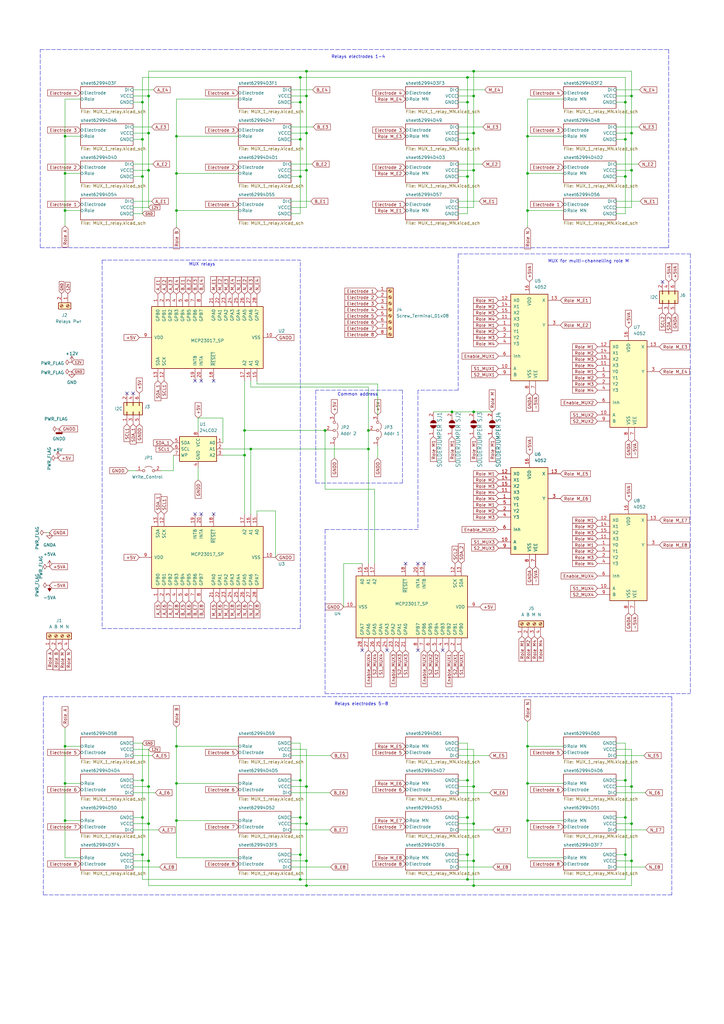
<source format=kicad_sch>
(kicad_sch (version 20211123) (generator eeschema)
  (paper "A3" portrait)
  (title_block (title "MUX board V3.00") (date "2022-10-05") (rev "01"))
  (junction (at 125.73 337.82))
  (junction (at 191.77 57.15))
  (junction (at 102.87 184.15))
  (junction (at 123.19 350.52))
  (junction (at 125.73 69.85))
  (junction (at 259.08 322.58))
  (junction (at 185.42 168.91))
  (junction (at 133.35 176.53))
  (junction (at 191.77 360.68))
  (junction (at 194.31 54.61))
  (junction (at 123.19 57.15))
  (junction (at 194.31 29.21))
  (junction (at 256.54 350.52))
  (junction (at 125.73 29.21))
  (junction (at 125.73 363.22))
  (junction (at 58.42 41.91))
  (junction (at 191.77 31.75))
  (junction (at 72.39 336.55))
  (junction (at 256.54 41.91))
  (junction (at 194.31 168.91))
  (junction (at 60.96 39.37))
  (junction (at 58.42 350.52))
  (junction (at 123.19 41.91))
  (junction (at 123.19 31.75))
  (junction (at 60.96 353.06))
  (junction (at 26.67 71.12))
  (junction (at 216.408 71.12))
  (junction (at 191.77 41.91))
  (junction (at 191.77 350.52))
  (junction (at 191.77 72.39))
  (junction (at 191.77 320.04))
  (junction (at 26.67 321.31))
  (junction (at 58.42 57.15))
  (junction (at 26.67 306.07))
  (junction (at 60.96 69.85))
  (junction (at 256.54 320.04))
  (junction (at 60.96 337.82))
  (junction (at 125.73 322.58))
  (junction (at 72.39 71.12))
  (junction (at 26.67 55.88))
  (junction (at 72.39 86.36))
  (junction (at 259.08 39.37))
  (junction (at 60.96 322.58))
  (junction (at 256.54 72.39))
  (junction (at 123.19 72.39))
  (junction (at 256.54 57.15))
  (junction (at 256.54 335.28))
  (junction (at 216.408 306.07))
  (junction (at 194.31 39.37))
  (junction (at 100.33 176.53))
  (junction (at 194.31 353.06))
  (junction (at 100.33 186.69))
  (junction (at 125.73 54.61))
  (junction (at 216.408 321.31))
  (junction (at 259.08 69.85))
  (junction (at 259.08 353.06))
  (junction (at 26.67 336.55))
  (junction (at 123.19 320.04))
  (junction (at 72.39 306.07))
  (junction (at 72.39 321.31))
  (junction (at 259.08 54.61))
  (junction (at 123.19 360.68))
  (junction (at 58.42 320.04))
  (junction (at 259.08 337.82))
  (junction (at 151.13 176.53))
  (junction (at 151.13 184.15))
  (junction (at 191.77 335.28))
  (junction (at 72.39 55.88))
  (junction (at 216.408 336.55))
  (junction (at 194.31 322.58))
  (junction (at 123.19 335.28))
  (junction (at 60.96 54.61))
  (junction (at 26.67 86.36))
  (junction (at 216.408 86.36))
  (junction (at 194.31 337.82))
  (junction (at 125.73 39.37))
  (junction (at 58.42 335.28))
  (junction (at 58.42 72.39))
  (junction (at 194.31 363.22))
  (junction (at 216.408 55.88))
  (junction (at 194.31 69.85))
  (junction (at 125.73 353.06))
  (no_connect (at 80.01 210.82))
  (no_connect (at 166.37 231.14))
  (no_connect (at 181.61 266.7))
  (no_connect (at 171.45 266.7))
  (no_connect (at 148.59 266.7))
  (no_connect (at 158.75 266.7))
  (no_connect (at 171.45 231.14))
  (no_connect (at 87.63 210.82))
  (no_connect (at 52.07 161.29))
  (no_connect (at 54.61 161.29))
  (no_connect (at 80.01 156.21))
  (no_connect (at 82.55 156.21))
  (no_connect (at 87.63 156.21))
  (no_connect (at 82.55 210.82))
  (no_connect (at 173.99 231.14))
  (no_connect (at 271.78 115.57))
  (wire (pts (xy 137.16 182.88) (xy 137.16 187.96)))
  (wire (pts (xy 216.408 321.31) (xy 216.408 306.07)))
  (wire (pts (xy 194.31 363.22) (xy 125.73 363.22)))
  (polyline (pts (xy 133.35 284.48) (xy 283.21 284.48)))
  (wire (pts (xy 54.61 52.07) (xy 62.23 52.07)))
  (wire (pts (xy 194.31 322.58) (xy 194.31 307.34)))
  (wire (pts (xy 54.61 340.36) (xy 65.024 340.36)))
  (wire (pts (xy 123.19 320.04) (xy 123.19 304.8)))
  (polyline (pts (xy 41.91 106.68) (xy 123.19 106.68)))
  (wire (pts (xy 135.636 309.88) (xy 119.38 309.88)))
  (wire (pts (xy 216.408 336.55) (xy 216.408 351.79)))
  (wire (pts (xy 58.42 320.04) (xy 58.42 304.8)))
  (polyline (pts (xy 271.78 101.6) (xy 274.32 101.6)))
  (wire (pts (xy 91.44 186.69) (xy 100.33 186.69)))
  (wire (pts (xy 72.39 336.55) (xy 97.79 336.55)))
  (wire (pts (xy 256.54 360.68) (xy 256.54 350.52)))
  (wire (pts (xy 216.408 71.12) (xy 216.408 55.88)))
  (wire (pts (xy 252.73 320.04) (xy 256.54 320.04)))
  (wire (pts (xy 72.39 71.12) (xy 72.39 86.36)))
  (wire (pts (xy 125.73 363.22) (xy 60.96 363.22)))
  (wire (pts (xy 191.77 31.75) (xy 191.77 41.91)))
  (wire (pts (xy 216.408 71.12) (xy 231.14 71.12)))
  (wire (pts (xy 123.19 31.75) (xy 123.19 41.91)))
  (wire (pts (xy 119.38 325.12) (xy 135.382 325.12)))
  (polyline (pts (xy 123.19 257.81) (xy 123.19 106.68)))
  (wire (pts (xy 81.28 171.45) (xy 91.44 171.45)))
  (wire (pts (xy 252.73 54.61) (xy 259.08 54.61)))
  (wire (pts (xy 113.03 209.55) (xy 113.03 228.6)))
  (wire (pts (xy 191.77 41.91) (xy 191.77 57.15)))
  (wire (pts (xy 54.61 335.28) (xy 58.42 335.28)))
  (wire (pts (xy 105.41 209.55) (xy 113.03 209.55)))
  (wire (pts (xy 60.96 363.22) (xy 60.96 353.06)))
  (wire (pts (xy 187.96 335.28) (xy 191.77 335.28)))
  (wire (pts (xy 119.38 82.55) (xy 127.508 82.55)))
  (wire (pts (xy 252.73 337.82) (xy 259.08 337.82)))
  (wire (pts (xy 72.39 351.79) (xy 97.79 351.79)))
  (wire (pts (xy 81.28 191.77) (xy 81.28 196.85)))
  (wire (pts (xy 125.73 363.22) (xy 125.73 353.06)))
  (wire (pts (xy 252.73 72.39) (xy 256.54 72.39)))
  (wire (pts (xy 58.42 360.68) (xy 123.19 360.68)))
  (wire (pts (xy 252.73 325.12) (xy 264.668 325.12)))
  (polyline (pts (xy 275.59 367.03) (xy 17.78 367.03)))
  (wire (pts (xy 119.38 353.06) (xy 125.73 353.06)))
  (wire (pts (xy 26.67 321.31) (xy 26.67 306.07)))
  (wire (pts (xy 200.914 325.12) (xy 187.96 325.12)))
  (wire (pts (xy 105.41 209.55) (xy 105.41 210.82)))
  (wire (pts (xy 133.35 200.66) (xy 153.67 200.66)))
  (wire (pts (xy 187.96 320.04) (xy 191.77 320.04)))
  (wire (pts (xy 194.31 29.21) (xy 125.73 29.21)))
  (wire (pts (xy 202.184 340.36) (xy 187.96 340.36)))
  (wire (pts (xy 194.31 337.82) (xy 194.31 322.58)))
  (wire (pts (xy 72.39 55.88) (xy 97.79 55.88)))
  (wire (pts (xy 102.87 156.21) (xy 102.87 158.75)))
  (wire (pts (xy 66.04 193.04) (xy 71.12 193.04)))
  (wire (pts (xy 26.67 55.88) (xy 33.02 55.88)))
  (wire (pts (xy 252.73 353.06) (xy 259.08 353.06)))
  (wire (pts (xy 125.73 54.61) (xy 125.73 69.85)))
  (wire (pts (xy 58.42 57.15) (xy 58.42 72.39)))
  (wire (pts (xy 256.54 320.04) (xy 256.54 304.8)))
  (wire (pts (xy 26.67 71.12) (xy 26.67 55.88)))
  (wire (pts (xy 119.38 350.52) (xy 123.19 350.52)))
  (wire (pts (xy 135.636 355.6) (xy 119.38 355.6)))
  (wire (pts (xy 252.73 355.6) (xy 264.668 355.6)))
  (wire (pts (xy 54.61 307.34) (xy 60.96 307.34)))
  (wire (pts (xy 252.73 322.58) (xy 259.08 322.58)))
  (wire (pts (xy 54.61 67.31) (xy 62.738 67.31)))
  (wire (pts (xy 151.13 184.15) (xy 151.13 231.14)))
  (wire (pts (xy 151.13 176.53) (xy 151.13 158.75)))
  (wire (pts (xy 151.13 158.75) (xy 102.87 158.75)))
  (wire (pts (xy 91.44 181.61) (xy 91.44 171.45)))
  (wire (pts (xy 216.408 93.218) (xy 216.408 86.36)))
  (wire (pts (xy 72.39 40.64) (xy 97.79 40.64)))
  (polyline (pts (xy 133.35 217.17) (xy 171.45 217.17)))
  (wire (pts (xy 125.73 69.85) (xy 125.73 85.09)))
  (wire (pts (xy 252.73 69.85) (xy 259.08 69.85)))
  (wire (pts (xy 191.77 57.15) (xy 191.77 72.39)))
  (wire (pts (xy 252.73 82.55) (xy 262.636 82.55)))
  (polyline (pts (xy 129.54 160.02) (xy 129.54 198.12)))
  (wire (pts (xy 58.42 335.28) (xy 58.42 320.04)))
  (wire (pts (xy 72.39 351.79) (xy 72.39 336.55)))
  (wire (pts (xy 26.67 86.36) (xy 26.67 92.71)))
  (wire (pts (xy 148.59 231.14) (xy 140.97 231.14)))
  (wire (pts (xy 119.38 39.37) (xy 125.73 39.37)))
  (wire (pts (xy 119.38 54.61) (xy 125.73 54.61)))
  (wire (pts (xy 259.08 39.37) (xy 259.08 54.61)))
  (wire (pts (xy 216.408 71.12) (xy 216.408 86.36)))
  (wire (pts (xy 26.67 298.45) (xy 26.67 306.07)))
  (polyline (pts (xy 283.21 104.14) (xy 283.21 284.48)))
  (wire (pts (xy 72.39 321.31) (xy 97.79 321.31)))
  (wire (pts (xy 72.39 71.12) (xy 97.79 71.12)))
  (wire (pts (xy 216.408 295.91) (xy 216.408 306.07)))
  (wire (pts (xy 187.96 350.52) (xy 191.77 350.52)))
  (wire (pts (xy 216.408 351.79) (xy 231.14 351.79)))
  (wire (pts (xy 54.61 353.06) (xy 60.96 353.06)))
  (wire (pts (xy 187.96 307.34) (xy 194.31 307.34)))
  (wire (pts (xy 187.96 54.61) (xy 194.31 54.61)))
  (wire (pts (xy 154.94 182.88) (xy 154.94 187.96)))
  (wire (pts (xy 54.61 320.04) (xy 58.42 320.04)))
  (wire (pts (xy 194.31 69.85) (xy 194.31 85.09)))
  (wire (pts (xy 187.96 85.09) (xy 194.31 85.09)))
  (wire (pts (xy 187.96 353.06) (xy 194.31 353.06)))
  (wire (pts (xy 54.61 325.12) (xy 63.754 325.12)))
  (wire (pts (xy 191.77 360.68) (xy 256.54 360.68)))
  (wire (pts (xy 119.38 337.82) (xy 125.73 337.82)))
  (wire (pts (xy 123.19 360.68) (xy 191.77 360.68)))
  (polyline (pts (xy 187.96 104.14) (xy 283.21 104.14)))
  (wire (pts (xy 187.96 41.91) (xy 191.77 41.91)))
  (wire (pts (xy 252.73 85.09) (xy 259.08 85.09)))
  (wire (pts (xy 187.96 52.07) (xy 198.12 52.07)))
  (wire (pts (xy 58.42 41.91) (xy 58.42 57.15)))
  (wire (pts (xy 54.61 322.58) (xy 60.96 322.58)))
  (wire (pts (xy 123.19 57.15) (xy 123.19 72.39)))
  (wire (pts (xy 119.38 322.58) (xy 125.73 322.58)))
  (wire (pts (xy 72.39 86.36) (xy 97.79 86.36)))
  (wire (pts (xy 81.28 171.45) (xy 81.28 176.53)))
  (wire (pts (xy 252.73 309.88) (xy 264.16 309.88)))
  (polyline (pts (xy 171.45 160.02) (xy 171.45 217.17)))
  (wire (pts (xy 60.96 39.37) (xy 60.96 54.61)))
  (wire (pts (xy 194.31 363.22) (xy 194.31 353.06)))
  (wire (pts (xy 216.408 336.55) (xy 231.14 336.55)))
  (wire (pts (xy 58.42 350.52) (xy 58.42 335.28)))
  (wire (pts (xy 200.66 309.88) (xy 187.96 309.88)))
  (wire (pts (xy 151.13 176.53) (xy 151.13 184.15)))
  (wire (pts (xy 125.73 29.21) (xy 60.96 29.21)))
  (wire (pts (xy 191.77 350.52) (xy 191.77 335.28)))
  (polyline (pts (xy 16.51 20.32) (xy 274.32 20.32)))
  (wire (pts (xy 119.38 87.63) (xy 123.19 87.63)))
  (wire (pts (xy 119.38 335.28) (xy 123.19 335.28)))
  (wire (pts (xy 252.73 41.91) (xy 256.54 41.91)))
  (wire (pts (xy 100.33 186.69) (xy 100.33 210.82)))
  (wire (pts (xy 119.38 52.07) (xy 128.524 52.07)))
  (wire (pts (xy 54.61 69.85) (xy 60.96 69.85)))
  (wire (pts (xy 19.05 218.44) (xy 20.32 218.44)))
  (wire (pts (xy 187.96 57.15) (xy 191.77 57.15)))
  (wire (pts (xy 123.19 360.68) (xy 123.19 350.52)))
  (wire (pts (xy 194.31 29.21) (xy 194.31 39.37)))
  (wire (pts (xy 216.408 86.36) (xy 231.14 86.36)))
  (wire (pts (xy 72.39 321.31) (xy 72.39 306.07)))
  (wire (pts (xy 60.96 353.06) (xy 60.96 337.82)))
  (wire (pts (xy 252.73 350.52) (xy 256.54 350.52)))
  (wire (pts (xy 119.38 320.04) (xy 123.19 320.04)))
  (wire (pts (xy 54.61 82.55) (xy 62.23 82.55)))
  (wire (pts (xy 26.67 86.36) (xy 33.02 86.36)))
  (polyline (pts (xy 165.1 198.12) (xy 165.1 160.02)))
  (wire (pts (xy 252.73 335.28) (xy 256.54 335.28)))
  (wire (pts (xy 119.38 85.09) (xy 125.73 85.09)))
  (wire (pts (xy 216.408 55.88) (xy 231.14 55.88)))
  (wire (pts (xy 216.408 306.07) (xy 231.14 306.07)))
  (wire (pts (xy 72.39 336.55) (xy 72.39 321.31)))
  (wire (pts (xy 154.94 157.48) (xy 154.94 170.18)))
  (wire (pts (xy 123.19 31.75) (xy 191.77 31.75)))
  (wire (pts (xy 119.38 36.83) (xy 128.27 36.83)))
  (wire (pts (xy 256.54 335.28) (xy 256.54 320.04)))
  (wire (pts (xy 72.39 86.36) (xy 72.39 93.218)))
  (wire (pts (xy 140.97 231.14) (xy 140.97 248.92)))
  (wire (pts (xy 125.73 337.82) (xy 125.73 322.58)))
  (wire (pts (xy 52.578 193.04) (xy 55.88 193.04)))
  (wire (pts (xy 187.96 322.58) (xy 194.31 322.58)))
  (wire (pts (xy 72.39 298.196) (xy 72.39 306.07)))
  (wire (pts (xy 119.38 69.85) (xy 125.73 69.85)))
  (wire (pts (xy 26.67 306.07) (xy 33.02 306.07)))
  (wire (pts (xy 100.33 176.53) (xy 100.33 186.69)))
  (wire (pts (xy 54.61 87.63) (xy 58.42 87.63)))
  (wire (pts (xy 191.77 335.28) (xy 191.77 320.04)))
  (wire (pts (xy 119.38 67.31) (xy 128.016 67.31)))
  (wire (pts (xy 91.44 184.15) (xy 102.87 184.15)))
  (wire (pts (xy 252.73 39.37) (xy 259.08 39.37)))
  (wire (pts (xy 54.61 337.82) (xy 60.96 337.82)))
  (wire (pts (xy 26.67 351.79) (xy 33.02 351.79)))
  (wire (pts (xy 187.96 304.8) (xy 191.77 304.8)))
  (wire (pts (xy 252.73 87.63) (xy 256.54 87.63)))
  (wire (pts (xy 252.73 52.07) (xy 262.128 52.07)))
  (wire (pts (xy 187.96 72.39) (xy 191.77 72.39)))
  (wire (pts (xy 119.38 41.91) (xy 123.19 41.91)))
  (wire (pts (xy 125.73 39.37) (xy 125.73 54.61)))
  (wire (pts (xy 256.54 57.15) (xy 256.54 72.39)))
  (wire (pts (xy 125.73 322.58) (xy 125.73 307.34)))
  (wire (pts (xy 26.67 71.12) (xy 33.02 71.12)))
  (wire (pts (xy 26.67 40.64) (xy 33.02 40.64)))
  (wire (pts (xy 194.31 54.61) (xy 194.31 69.85)))
  (wire (pts (xy 187.96 337.82) (xy 194.31 337.82)))
  (wire (pts (xy 100.33 156.21) (xy 100.33 176.53)))
  (wire (pts (xy 256.54 41.91) (xy 256.54 57.15)))
  (wire (pts (xy 123.19 72.39) (xy 123.19 87.63)))
  (wire (pts (xy 54.61 85.09) (xy 60.96 85.09)))
  (wire (pts (xy 58.42 41.91) (xy 58.42 31.75)))
  (wire (pts (xy 259.08 353.06) (xy 259.08 337.82)))
  (wire (pts (xy 185.42 168.91) (xy 194.31 168.91)))
  (wire (pts (xy 216.408 40.64) (xy 231.14 40.64)))
  (wire (pts (xy 54.61 41.91) (xy 58.42 41.91)))
  (wire (pts (xy 54.61 355.6) (xy 65.532 355.6)))
  (wire (pts (xy 102.87 184.15) (xy 102.87 210.82)))
  (wire (pts (xy 71.12 193.04) (xy 71.12 186.69)))
  (wire (pts (xy 202.184 355.6) (xy 187.96 355.6)))
  (wire (pts (xy 102.87 184.15) (xy 151.13 184.15)))
  (wire (pts (xy 259.08 363.22) (xy 194.31 363.22)))
  (wire (pts (xy 60.96 337.82) (xy 60.96 322.58)))
  (wire (pts (xy 259.08 29.21) (xy 194.31 29.21)))
  (wire (pts (xy 123.19 350.52) (xy 123.19 335.28)))
  (polyline (pts (xy 41.91 257.81) (xy 123.19 257.81)))
  (wire (pts (xy 252.73 307.34) (xy 259.08 307.34)))
  (wire (pts (xy 54.61 72.39) (xy 58.42 72.39)))
  (polyline (pts (xy 274.32 20.32) (xy 274.32 101.6)))
  (wire (pts (xy 259.08 353.06) (xy 259.08 363.22)))
  (wire (pts (xy 194.31 168.91) (xy 201.93 168.91)))
  (polyline (pts (xy 129.54 198.12) (xy 165.1 198.12)))
  (wire (pts (xy 125.73 353.06) (xy 125.73 337.82)))
  (wire (pts (xy 60.96 322.58) (xy 60.96 307.34)))
  (wire (pts (xy 123.19 41.91) (xy 123.19 57.15)))
  (wire (pts (xy 252.73 67.31) (xy 261.874 67.31)))
  (wire (pts (xy 26.67 321.31) (xy 26.67 336.55)))
  (wire (pts (xy 259.08 337.82) (xy 259.08 322.58)))
  (wire (pts (xy 191.77 72.39) (xy 191.77 87.63)))
  (polyline (pts (xy 274.32 101.6) (xy 16.51 101.6)))
  (wire (pts (xy 58.42 72.39) (xy 58.42 87.63)))
  (wire (pts (xy 26.67 321.31) (xy 33.02 321.31)))
  (wire (pts (xy 119.38 72.39) (xy 123.19 72.39)))
  (wire (pts (xy 187.96 69.85) (xy 194.31 69.85)))
  (wire (pts (xy 187.96 67.31) (xy 197.866 67.31)))
  (wire (pts (xy 187.96 39.37) (xy 194.31 39.37)))
  (wire (pts (xy 72.39 40.64) (xy 72.39 55.88)))
  (wire (pts (xy 259.08 69.85) (xy 259.08 85.09)))
  (wire (pts (xy 135.382 340.36) (xy 119.38 340.36)))
  (wire (pts (xy 252.73 304.8) (xy 256.54 304.8)))
  (polyline (pts (xy 17.78 367.03) (xy 17.78 285.75)))
  (wire (pts (xy 58.42 31.75) (xy 123.19 31.75)))
  (wire (pts (xy 177.8 168.91) (xy 185.42 168.91)))
  (wire (pts (xy 72.39 55.88) (xy 72.39 71.12)))
  (wire (pts (xy 187.96 82.55) (xy 196.596 82.55)))
  (wire (pts (xy 54.61 54.61) (xy 60.96 54.61)))
  (wire (pts (xy 256.54 72.39) (xy 256.54 87.63)))
  (wire (pts (xy 26.67 71.12) (xy 26.67 86.36)))
  (wire (pts (xy 54.61 309.88) (xy 62.484 309.88)))
  (wire (pts (xy 60.96 54.61) (xy 60.96 69.85)))
  (wire (pts (xy 26.67 55.88) (xy 26.67 40.64)))
  (wire (pts (xy 187.96 36.83) (xy 198.882 36.83)))
  (polyline (pts (xy 187.96 104.14) (xy 187.96 160.02)))
  (wire (pts (xy 54.61 36.83) (xy 62.992 36.83)))
  (polyline (pts (xy 275.59 285.75) (xy 275.59 367.03)))
  (wire (pts (xy 72.39 306.07) (xy 97.79 306.07)))
  (wire (pts (xy 119.38 304.8) (xy 123.19 304.8)))
  (wire (pts (xy 256.54 31.75) (xy 256.54 41.91)))
  (wire (pts (xy 119.38 57.15) (xy 123.19 57.15)))
  (wire (pts (xy 216.408 321.31) (xy 231.14 321.31)))
  (polyline (pts (xy 17.78 285.75) (xy 275.59 285.75)))
  (wire (pts (xy 100.33 176.53) (xy 133.35 176.53)))
  (wire (pts (xy 58.42 350.52) (xy 58.42 360.68)))
  (wire (pts (xy 194.31 353.06) (xy 194.31 337.82)))
  (wire (pts (xy 54.61 57.15) (xy 58.42 57.15)))
  (wire (pts (xy 259.08 39.37) (xy 259.08 29.21)))
  (wire (pts (xy 216.408 321.31) (xy 216.408 336.55)))
  (wire (pts (xy 191.77 320.04) (xy 191.77 304.8)))
  (wire (pts (xy 60.96 69.85) (xy 60.96 85.09)))
  (polyline (pts (xy 133.35 217.17) (xy 133.35 284.48)))
  (wire (pts (xy 259.08 54.61) (xy 259.08 69.85)))
  (wire (pts (xy 187.96 87.63) (xy 191.77 87.63)))
  (wire (pts (xy 191.77 360.68) (xy 191.77 350.52)))
  (wire (pts (xy 153.67 200.66) (xy 153.67 231.14)))
  (polyline (pts (xy 165.1 160.02) (xy 129.54 160.02)))
  (wire (pts (xy 259.08 322.58) (xy 259.08 307.34)))
  (wire (pts (xy 119.38 307.34) (xy 125.73 307.34)))
  (wire (pts (xy 191.77 31.75) (xy 256.54 31.75)))
  (polyline (pts (xy 41.91 106.68) (xy 41.91 257.81)))
  (wire (pts (xy 105.41 157.48) (xy 154.94 157.48)))
  (wire (pts (xy 252.73 340.36) (xy 265.176 340.36)))
  (wire (pts (xy 194.31 39.37) (xy 194.31 54.61)))
  (wire (pts (xy 123.19 335.28) (xy 123.19 320.04)))
  (wire (pts (xy 54.61 39.37) (xy 60.96 39.37)))
  (polyline (pts (xy 187.96 160.02) (xy 171.45 160.02)))
  (wire (pts (xy 105.41 156.21) (xy 105.41 157.48)))
  (wire (pts (xy 133.35 176.53) (xy 133.35 200.66)))
  (polyline (pts (xy 16.51 101.6) (xy 16.51 20.32)))
  (wire (pts (xy 60.96 29.21) (xy 60.96 39.37)))
  (wire (pts (xy 216.408 55.88) (xy 216.408 40.64)))
  (wire (pts (xy 256.54 350.52) (xy 256.54 335.28)))
  (wire (pts (xy 54.61 350.52) (xy 58.42 350.52)))
  (wire (pts (xy 26.67 336.55) (xy 33.02 336.55)))
  (wire (pts (xy 26.67 336.55) (xy 26.67 351.79)))
  (wire (pts (xy 252.73 36.83) (xy 262.382 36.83)))
  (wire (pts (xy 252.73 57.15) (xy 256.54 57.15)))
  (wire (pts (xy 54.61 304.8) (xy 58.42 304.8)))
  (wire (pts (xy 125.73 29.21) (xy 125.73 39.37)))
  (text "Common address" (at 138.43 162.56 0) (effects (font (size 1.27 1.27)) (justify left bottom)))
  (text "MUX for multi-channelling role M" (at 224.79 107.95 0) (effects (font (size 1.27 1.27)) (justify left bottom)))
  (text "Relays electrodes 5-8" (at 137.16 289.56 0) (effects (font (size 1.27 1.27)) (justify left bottom)))
  (text "MUX relays" (at 77.47 109.22 0) (effects (font (size 1.27 1.27)) (justify left bottom)))
  (text "Relays electrodes 1-4" (at 135.89 24.13 0) (effects (font (size 1.27 1.27)) (justify left bottom)))
  (global_label "Electrode 7" (shape input) (at 231.14 339.09 180) (property "Intersheet References" "${INTERSHEET_REFS}" (effects hide)))
  (global_label "Enable_MUX2" (shape input) (at 245.11 165.1 180) (property "Intersheet References" "${INTERSHEET_REFS}" (effects hide)))
  (global_label "B_E1" (shape input) (at 127.508 82.55 0) (property "Intersheet References" "${INTERSHEET_REFS}" (effects hide)))
  (global_label "+5V" (shape input) (at 23.749 187.833 0) (property "Intersheet References" "${INTERSHEET_REFS}" (effects hide)))
  (global_label "A_E4" (shape input) (at 72.39 120.65 90) (property "Intersheet References" "${INTERSHEET_REFS}" (effects hide)))
  (global_label "Role M1" (shape input) (at 204.47 123.19 180) (property "Intersheet References" "${INTERSHEET_REFS}" (effects hide)))
  (global_label "Role M_E1" (shape input) (at 229.87 123.19 0) (property "Intersheet References" "${INTERSHEET_REFS}" (effects hide)))
  (global_label "Role M_E8" (shape input) (at 166.37 351.79 180) (property "Intersheet References" "${INTERSHEET_REFS}" (effects hide)))
  (global_label "Electrode 4" (shape input) (at 97.79 38.1 180) (property "Intersheet References" "${INTERSHEET_REFS}" (effects hide)))
  (global_label "Role M_E2" (shape input) (at 229.87 133.35 0) (property "Intersheet References" "${INTERSHEET_REFS}" (effects hide)))
  (global_label "Electrode 5" (shape input) (at 154.94 129.54 180) (property "Intersheet References" "${INTERSHEET_REFS}" (effects hide)))
  (global_label "Role M2" (shape input) (at 216.662 260.985 270) (property "Intersheet References" "${INTERSHEET_REFS}" (effects hide)))
  (global_label "Role M_E3" (shape input) (at 166.37 55.88 180) (property "Intersheet References" "${INTERSHEET_REFS}" (effects hide)))
  (global_label "M_E2" (shape input) (at 197.866 67.31 0) (property "Intersheet References" "${INTERSHEET_REFS}" (effects hide)))
  (global_label "GNDD" (shape input) (at 24.257 175.895 0) (property "Intersheet References" "${INTERSHEET_REFS}" (effects hide)))
  (global_label "GNDA" (shape input) (at 217.17 232.41 270) (property "Intersheet References" "${INTERSHEET_REFS}" (effects hide)))
  (global_label "Role M_E6" (shape input) (at 229.87 204.47 0) (property "Intersheet References" "${INTERSHEET_REFS}" (effects hide)))
  (global_label "+5VA" (shape input) (at 217.17 115.57 90) (property "Intersheet References" "${INTERSHEET_REFS}" (effects hide)))
  (global_label "Role B" (shape input) (at 72.39 298.196 90) (property "Intersheet References" "${INTERSHEET_REFS}" (effects hide)))
  (global_label "Electrode 4" (shape input) (at 154.94 127 180) (property "Intersheet References" "${INTERSHEET_REFS}" (effects hide)))
  (global_label "B_E7" (shape input) (at 135.382 340.36 0) (property "Intersheet References" "${INTERSHEET_REFS}" (effects hide)))
  (global_label "Role M3" (shape input) (at 204.47 128.27 180) (property "Intersheet References" "${INTERSHEET_REFS}" (effects hide)))
  (global_label "Electrode 6" (shape input) (at 231.14 323.85 180) (property "Intersheet References" "${INTERSHEET_REFS}" (effects hide)))
  (global_label "Enable_MUX4" (shape input) (at 151.13 266.7 270) (property "Intersheet References" "${INTERSHEET_REFS}" (effects hide)))
  (global_label "S1_MUX2" (shape input) (at 179.07 266.7 270) (property "Intersheet References" "${INTERSHEET_REFS}" (effects hide)))
  (global_label "Electrode 1" (shape input) (at 154.94 119.38 180) (property "Intersheet References" "${INTERSHEET_REFS}" (effects hide)))
  (global_label "S2_MUX3" (shape input) (at 204.47 224.79 180) (property "Intersheet References" "${INTERSHEET_REFS}" (effects hide)))
  (global_label "Electrode 5" (shape input) (at 231.14 308.61 180) (property "Intersheet References" "${INTERSHEET_REFS}" (effects hide)))
  (global_label "Role M" (shape input) (at 201.93 168.91 90) (property "Intersheet References" "${INTERSHEET_REFS}" (effects hide)))
  (global_label "Role M3" (shape input) (at 204.47 138.43 180) (property "Intersheet References" "${INTERSHEET_REFS}" (effects hide)))
  (global_label "Electrode 3" (shape input) (at 97.79 53.34 180) (property "Intersheet References" "${INTERSHEET_REFS}" (effects hide)))
  (global_label "GNDA" (shape input) (at 257.81 180.34 270) (property "Intersheet References" "${INTERSHEET_REFS}" (effects hide)))
  (global_label "M_E1" (shape input) (at 196.596 82.55 0) (property "Intersheet References" "${INTERSHEET_REFS}" (effects hide)))
  (global_label "+5VA" (shape input) (at 276.86 115.57 90) (property "Intersheet References" "${INTERSHEET_REFS}" (effects hide)))
  (global_label "Role M_E4" (shape input) (at 270.51 152.4 0) (property "Intersheet References" "${INTERSHEET_REFS}" (effects hide)))
  (global_label "Role N" (shape input) (at 216.408 93.218 270) (property "Intersheet References" "${INTERSHEET_REFS}" (effects hide)))
  (global_label "M_E3" (shape input) (at 92.71 120.65 90) (property "Intersheet References" "${INTERSHEET_REFS}" (effects hide)))
  (global_label "N_E5" (shape input) (at 97.79 246.38 270) (property "Intersheet References" "${INTERSHEET_REFS}" (effects hide)))
  (global_label "Enable_MUX1" (shape input) (at 204.47 146.05 180) (property "Intersheet References" "${INTERSHEET_REFS}" (effects hide)))
  (global_label "Role M_E4" (shape input) (at 166.37 40.64 180) (property "Intersheet References" "${INTERSHEET_REFS}" (effects hide)))
  (global_label "+5VA" (shape input) (at 257.81 134.62 90) (property "Intersheet References" "${INTERSHEET_REFS}" (effects hide)))
  (global_label "Electrode 3" (shape input) (at 33.02 53.34 180) (property "Intersheet References" "${INTERSHEET_REFS}" (effects hide)))
  (global_label "A_E7" (shape input) (at 69.85 246.38 270) (property "Intersheet References" "${INTERSHEET_REFS}" (effects hide)))
  (global_label "Electrode 2" (shape input) (at 166.37 68.58 180) (property "Intersheet References" "${INTERSHEET_REFS}" (effects hide)))
  (global_label "+5V" (shape input) (at 57.15 228.6 180) (property "Intersheet References" "${INTERSHEET_REFS}" (effects hide)))
  (global_label "Role M3" (shape input) (at 204.47 212.09 180) (property "Intersheet References" "${INTERSHEET_REFS}" (effects hide)))
  (global_label "SCL2" (shape input) (at 271.78 128.27 270) (property "Intersheet References" "${INTERSHEET_REFS}" (effects hide)))
  (global_label "Role M1" (shape input) (at 204.47 133.35 180) (property "Intersheet References" "${INTERSHEET_REFS}" (effects hide)))
  (global_label "Role M1" (shape input) (at 194.31 179.07 270) (property "Intersheet References" "${INTERSHEET_REFS}" (effects hide)))
  (global_label "Electrode 4" (shape input) (at 231.14 38.1 180) (property "Intersheet References" "${INTERSHEET_REFS}" (effects hide)))
  (global_label "Role M4" (shape input) (at 245.11 220.98 180) (property "Intersheet References" "${INTERSHEET_REFS}" (effects hide)))
  (global_label "N_E4" (shape input) (at 105.41 120.65 90) (property "Intersheet References" "${INTERSHEET_REFS}" (effects hide)))
  (global_label "Role M2" (shape input) (at 204.47 135.89 180) (property "Intersheet References" "${INTERSHEET_REFS}" (effects hide)))
  (global_label "Role M2" (shape input) (at 245.11 154.94 180) (property "Intersheet References" "${INTERSHEET_REFS}" (effects hide)))
  (global_label "GNDD" (shape input) (at 140.97 248.92 180) (property "Intersheet References" "${INTERSHEET_REFS}" (effects hide)))
  (global_label "Role M2" (shape input) (at 245.11 215.9 180) (property "Intersheet References" "${INTERSHEET_REFS}" (effects hide)))
  (global_label "Electrode 5" (shape input) (at 33.02 308.61 180) (property "Intersheet References" "${INTERSHEET_REFS}" (effects hide)))
  (global_label "Role M4" (shape input) (at 204.47 130.81 180) (property "Intersheet References" "${INTERSHEET_REFS}" (effects hide)))
  (global_label "N_E2" (shape input) (at 261.874 67.31 0) (property "Intersheet References" "${INTERSHEET_REFS}" (effects hide)))
  (global_label "Electrode 8" (shape input) (at 166.37 354.33 180) (property "Intersheet References" "${INTERSHEET_REFS}" (effects hide)))
  (global_label "Role M4" (shape input) (at 219.202 260.985 270) (property "Intersheet References" "${INTERSHEET_REFS}" (effects hide)))
  (global_label "B_E7" (shape input) (at 80.01 246.38 270) (property "Intersheet References" "${INTERSHEET_REFS}" (effects hide)))
  (global_label "+5V" (shape input) (at 57.15 138.43 180) (property "Intersheet References" "${INTERSHEET_REFS}" (effects hide)))
  (global_label "Role M_E5" (shape input) (at 166.37 306.07 180) (property "Intersheet References" "${INTERSHEET_REFS}" (effects hide)))
  (global_label "S1_MUX4" (shape input) (at 156.21 266.7 270) (property "Intersheet References" "${INTERSHEET_REFS}" (effects hide)))
  (global_label "Enable_MUX1" (shape input) (at 184.15 266.7 270) (property "Intersheet References" "${INTERSHEET_REFS}" (effects hide)))
  (global_label "S1_MUX1" (shape input) (at 204.47 151.13 180) (property "Intersheet References" "${INTERSHEET_REFS}" (effects hide)))
  (global_label "-5VA" (shape input) (at 260.35 180.34 270) (property "Intersheet References" "${INTERSHEET_REFS}" (effects hide)))
  (global_label "S2_MUX2" (shape input) (at 245.11 172.72 180) (property "Intersheet References" "${INTERSHEET_REFS}" (effects hide)))
  (global_label "M_E6" (shape input) (at 90.17 246.38 270) (property "Intersheet References" "${INTERSHEET_REFS}" (effects hide)))
  (global_label "Electrode 2" (shape input) (at 97.79 68.58 180) (property "Intersheet References" "${INTERSHEET_REFS}" (effects hide)))
  (global_label "-5VA" (shape input) (at 260.35 251.46 270) (property "Intersheet References" "${INTERSHEET_REFS}" (effects hide)))
  (global_label "B_E8" (shape input) (at 135.636 355.6 0) (property "Intersheet References" "${INTERSHEET_REFS}" (effects hide)))
  (global_label "N_E8" (shape input) (at 105.41 246.38 270) (property "Intersheet References" "${INTERSHEET_REFS}" (effects hide)))
  (global_label "GNDD" (shape input) (at 57.15 173.99 270) (property "Intersheet References" "${INTERSHEET_REFS}" (effects hide)))
  (global_label "Role M4" (shape input) (at 204.47 201.93 180) (property "Intersheet References" "${INTERSHEET_REFS}" (effects hide)))
  (global_label "S1_MUX3" (shape input) (at 166.37 266.7 270) (property "Intersheet References" "${INTERSHEET_REFS}" (effects hide)))
  (global_label "S2_MUX2" (shape input) (at 176.53 266.7 270) (property "Intersheet References" "${INTERSHEET_REFS}" (effects hide)))
  (global_label "SCL2" (shape input) (at 186.69 231.14 90) (property "Intersheet References" "${INTERSHEET_REFS}" (effects hide)))
  (global_label "M_E7" (shape input) (at 92.71 246.38 270) (property "Intersheet References" "${INTERSHEET_REFS}" (effects hide)))
  (global_label "SCL1" (shape input) (at 52.07 173.99 270) (property "Intersheet References" "${INTERSHEET_REFS}" (effects hide)))
  (global_label "GNDD" (shape input) (at 113.03 138.43 0) (property "Intersheet References" "${INTERSHEET_REFS}" (effects hide)))
  (global_label "GND" (shape input) (at 29.464 152.4 0) (effects (font (size 1 1))) (property "Intersheet References" "${INTERSHEET_REFS}" (effects hide)))
  (global_label "Role M3" (shape input) (at 245.11 218.44 180) (property "Intersheet References" "${INTERSHEET_REFS}" (effects hide)))
  (global_label "A_E3" (shape input) (at 69.85 120.65 90) (property "Intersheet References" "${INTERSHEET_REFS}" (effects hide)))
  (global_label "SDA_2" (shape input) (at 274.32 128.27 270) (property "Intersheet References" "${INTERSHEET_REFS}" (effects hide)))
  (global_label "Role A" (shape input) (at 26.67 92.71 270) (property "Intersheet References" "${INTERSHEET_REFS}" (effects hide)))
  (global_label "A_E1" (shape input) (at 64.77 120.65 90) (property "Intersheet References" "${INTERSHEET_REFS}" (effects hide)))
  (global_label "+5V" (shape input) (at 137.16 170.18 90) (property "Intersheet References" "${INTERSHEET_REFS}" (effects hide)))
  (global_label "A_E6" (shape input) (at 67.31 246.38 270) (property "Intersheet References" "${INTERSHEET_REFS}" (effects hide)))
  (global_label "Role B" (shape input) (at 22.987 265.938 270) (property "Intersheet References" "${INTERSHEET_REFS}" (effects hide)))
  (global_label "+5V" (shape input) (at 81.28 171.45 90) (property "Intersheet References" "${INTERSHEET_REFS}" (effects hide)))
  (global_label "Enable_MUX3" (shape input) (at 161.29 266.7 270) (property "Intersheet References" "${INTERSHEET_REFS}" (effects hide)))
  (global_label "Role M1" (shape input) (at 204.47 194.31 180) (property "Intersheet References" "${INTERSHEET_REFS}" (effects hide)))
  (global_label "N_E2" (shape input) (at 100.33 120.65 90) (property "Intersheet References" "${INTERSHEET_REFS}" (effects hide)))
  (global_label "Role M2" (shape input) (at 204.47 209.55 180) (property "Intersheet References" "${INTERSHEET_REFS}" (effects hide)))
  (global_label "Electrode 8" (shape input) (at 231.14 354.33 180) (property "Intersheet References" "${INTERSHEET_REFS}" (effects hide)))
  (global_label "Electrode 7" (shape input) (at 154.94 134.62 180) (property "Intersheet References" "${INTERSHEET_REFS}" (effects hide)))
  (global_label "-5VA" (shape input) (at 20.32 240.03 0) (property "Intersheet References" "${INTERSHEET_REFS}" (effects hide)))
  (global_label "Role N" (shape input) (at 216.408 295.91 90) (property "Intersheet References" "${INTERSHEET_REFS}" (effects hide)))
  (global_label "M_E5" (shape input) (at 200.66 309.88 0) (property "Intersheet References" "${INTERSHEET_REFS}" (effects hide)))
  (global_label "S1_MUX3" (shape input) (at 204.47 222.25 180) (property "Intersheet References" "${INTERSHEET_REFS}" (effects hide)))
  (global_label "GNDD" (shape input) (at 52.578 193.04 180) (property "Intersheet References" "${INTERSHEET_REFS}" (effects hide)))
  (global_label "Role M2" (shape input) (at 204.47 125.73 180) (property "Intersheet References" "${INTERSHEET_REFS}" (effects hide)))
  (global_label "+5VA" (shape input) (at 217.17 186.69 90) (property "Intersheet References" "${INTERSHEET_REFS}" (effects hide)))
  (global_label "Role B" (shape input) (at 72.39 93.218 270) (property "Intersheet References" "${INTERSHEET_REFS}" (effects hide)))
  (global_label "M_E3" (shape input) (at 198.12 52.07 0) (property "Intersheet References" "${INTERSHEET_REFS}" (effects hide)))
  (global_label "GNDA" (shape input) (at 217.17 161.29 270) (property "Intersheet References" "${INTERSHEET_REFS}" (effects hide)))
  (global_label "GNDA" (shape input) (at 20.32 218.44 0) (property "Intersheet References" "${INTERSHEET_REFS}" (effects hide)))
  (global_label "Electrode 5" (shape input) (at 166.37 308.61 180) (property "Intersheet References" "${INTERSHEET_REFS}" (effects hide)))
  (global_label "B_E2" (shape input) (at 128.016 67.31 0) (property "Intersheet References" "${INTERSHEET_REFS}" (effects hide)))
  (global_label "B_E5" (shape input) (at 74.93 246.38 270) (property "Intersheet References" "${INTERSHEET_REFS}" (effects hide)))
  (global_label "12V" (shape input) (at 60.96 85.09 0) (effects (font (size 1 1))) (property "Intersheet References" "${INTERSHEET_REFS}" (effects hide)))
  (global_label "GNDD" (shape input) (at 81.28 196.85 270) (property "Intersheet References" "${INTERSHEET_REFS}" (effects hide)))
  (global_label "M_E8" (shape input) (at 95.25 246.38 270) (property "Intersheet References" "${INTERSHEET_REFS}" (effects hide)))
  (global_label "B_E4" (shape input) (at 128.27 36.83 0) (property "Intersheet References" "${INTERSHEET_REFS}" (effects hide)))
  (global_label "M_E1" (shape input) (at 87.63 120.65 90) (property "Intersheet References" "${INTERSHEET_REFS}" (effects hide)))
  (global_label "M_E4" (shape input) (at 198.882 36.83 0) (property "Intersheet References" "${INTERSHEET_REFS}" (effects hide)))
  (global_label "Role M1" (shape input) (at 177.8 179.07 270) (property "Intersheet References" "${INTERSHEET_REFS}" (effects hide)))
  (global_label "B_E2" (shape input) (at 77.47 120.65 90) (property "Intersheet References" "${INTERSHEET_REFS}" (effects hide)))
  (global_label "Role M_E7" (shape input) (at 166.37 336.55 180) (property "Intersheet References" "${INTERSHEET_REFS}" (effects hide)))
  (global_label "Electrode 2" (shape input) (at 33.02 68.58 180) (property "Intersheet References" "${INTERSHEET_REFS}" (effects hide)))
  (global_label "B_E6" (shape input) (at 77.47 246.38 270) (property "Intersheet References" "${INTERSHEET_REFS}" (effects hide)))
  (global_label "Role M_E5" (shape input) (at 229.87 194.31 0) (property "Intersheet References" "${INTERSHEET_REFS}" (effects hide)))
  (global_label "SDA_1" (shape input) (at 54.61 173.99 270) (property "Intersheet References" "${INTERSHEET_REFS}" (effects hide)))
  (global_label "+5VA" (shape input) (at 20.32 232.41 0) (property "Intersheet References" "${INTERSHEET_REFS}" (effects hide)))
  (global_label "GNDA" (shape input) (at 257.81 251.46 270) (property "Intersheet References" "${INTERSHEET_REFS}" (effects hide)))
  (global_label "S1_MUX4" (shape input) (at 245.11 241.3 180) (property "Intersheet References" "${INTERSHEET_REFS}" (effects hide)))
  (global_label "Role M_E6" (shape input) (at 166.37 321.31 180) (property "Intersheet References" "${INTERSHEET_REFS}" (effects hide)))
  (global_label "S2_MUX1" (shape input) (at 186.69 266.7 270) (property "Intersheet References" "${INTERSHEET_REFS}" (effects hide)))
  (global_label "SCL1" (shape input) (at 67.31 156.21 270) (property "Intersheet References" "${INTERSHEET_REFS}" (effects hide)))
  (global_label "Enable_MUX3" (shape input) (at 204.47 217.17 180) (property "Intersheet References" "${INTERSHEET_REFS}" (effects hide)))
  (global_label "Role M4" (shape input) (at 245.11 231.14 180) (property "Intersheet References" "${INTERSHEET_REFS}" (effects hide)))
  (global_label "Role M" (shape input) (at 25.527 265.938 270) (property "Intersheet References" "${INTERSHEET_REFS}" (effects hide)))
  (global_label "Electrode 8" (shape input) (at 154.94 137.16 180) (property "Intersheet References" "${INTERSHEET_REFS}" (effects hide)))
  (global_label "Electrode 7" (shape input) (at 166.37 339.09 180) (property "Intersheet References" "${INTERSHEET_REFS}" (effects hide)))
  (global_label "A_E7" (shape input) (at 65.024 340.36 0) (property "Intersheet References" "${INTERSHEET_REFS}" (effects hide)))
  (global_label "N_E4" (shape input) (at 262.382 36.83 0) (property "Intersheet References" "${INTERSHEET_REFS}" (effects hide)))
  (global_label "N_E1" (shape input) (at 262.636 82.55 0) (property "Intersheet References" "${INTERSHEET_REFS}" (effects hide)))
  (global_label "Electrode 4" (shape input) (at 33.02 38.1 180) (property "Intersheet References" "${INTERSHEET_REFS}" (effects hide)))
  (global_label "A_E2" (shape input) (at 62.738 67.31 0) (property "Intersheet References" "${INTERSHEET_REFS}" (effects hide)))
  (global_label "Electrode 8" (shape input) (at 33.02 354.33 180) (property "Intersheet References" "${INTERSHEET_REFS}" (effects hide)))
  (global_label "N_E8" (shape input) (at 264.668 355.6 0) (property "Intersheet References" "${INTERSHEET_REFS}" (effects hide)))
  (global_label "SCL1" (shape input) (at 71.12 184.15 180) (property "Intersheet References" "${INTERSHEET_REFS}" (effects hide)))
  (global_label "GND" (shape input) (at 58.42 87.63 0) (effects (font (size 1 1))) (property "Intersheet References" "${INTERSHEET_REFS}" (effects hide)))
  (global_label "A_E8" (shape input) (at 65.532 355.6 0) (property "Intersheet References" "${INTERSHEET_REFS}" (effects hide)))
  (global_label "N_E6" (shape input) (at 264.668 325.12 0) (property "Intersheet References" "${INTERSHEET_REFS}" (effects hide)))
  (global_label "Electrode 1" (shape input) (at 166.37 83.82 180) (property "Intersheet References" "${INTERSHEET_REFS}" (effects hide)))
  (global_label "Role M2" (shape input) (at 204.47 196.85 180) (property "Intersheet References" "${INTERSHEET_REFS}" (effects hide)))
  (global_label "B_E8" (shape input) (at 82.55 246.38 270) (property "Intersheet References" "${INTERSHEET_REFS}" (effects hide)))
  (global_label "S2_MUX4" (shape input) (at 245.11 243.84 180) (property "Intersheet References" "${INTERSHEET_REFS}" (effects hide)))
  (global_label "A_E6" (shape input) (at 63.754 325.12 0) (property "Intersheet References" "${INTERSHEET_REFS}" (effects hide)))
  (global_label "Role M2" (shape input) (at 245.11 144.78 180) (property "Intersheet References" "${INTERSHEET_REFS}" (effects hide)))
  (global_label "Electrode 4" (shape input) (at 166.37 38.1 180) (property "Intersheet References" "${INTERSHEET_REFS}" (effects hide)))
  (global_label "B_E1" (shape input) (at 74.93 120.65 90) (property "Intersheet References" "${INTERSHEET_REFS}" (effects hide)))
  (global_label "GNDD" (shape input) (at 154.94 187.96 270) (property "Intersheet References" "${INTERSHEET_REFS}" (effects hide)))
  (global_label "Role M4" (shape input) (at 204.47 140.97 180) (property "Intersheet References" "${INTERSHEET_REFS}" (effects hide)))
  (global_label "B_E3" (shape input) (at 128.524 52.07 0) (property "Intersheet References" "${INTERSHEET_REFS}" (effects hide)))
  (global_label "Role M3" (shape input) (at 245.11 157.48 180) (property "Intersheet References" "${INTERSHEET_REFS}" (effects hide)))
  (global_label "B_E3" (shape input) (at 80.01 120.65 90) (property "Intersheet References" "${INTERSHEET_REFS}" (effects hide)))
  (global_label "SCL1" (shape input) (at 67.31 210.82 90) (property "Intersheet References" "${INTERSHEET_REFS}" (effects hide)))
  (global_label "Role M4" (shape input) (at 204.47 204.47 180) (property "Intersheet References" "${INTERSHEET_REFS}" (effects hide)))
  (global_label "Role A" (shape input) (at 20.447 265.938 270) (property "Intersheet References" "${INTERSHEET_REFS}" (effects hide)))
  (global_label "Role A" (shape input) (at 26.67 298.45 90) (property "Intersheet References" "${INTERSHEET_REFS}" (effects hide)))
  (global_label "Role M1" (shape input) (at 214.122 260.985 270) (property "Intersheet References" "${INTERSHEET_REFS}" (effects hide)))
  (global_label "-5VA" (shape input) (at 219.71 161.29 270) (property "Intersheet References" "${INTERSHEET_REFS}" (effects hide)))
  (global_label "Role M3" (shape input) (at 245.11 147.32 180) (property "Intersheet References" "${INTERSHEET_REFS}" (effects hide)))
  (global_label "-5VA" (shape input) (at 274.32 115.57 90) (property "Intersheet References" "${INTERSHEET_REFS}" (effects hide)))
  (global_label "M_E6" (shape input) (at 200.914 325.12 0) (property "Intersheet References" "${INTERSHEET_REFS}" (effects hide)))
  (global_label "N_E7" (shape input) (at 102.87 246.38 270) (property "Intersheet References" "${INTERSHEET_REFS}" (effects hide)))
  (global_label "Electrode 6" (shape input) (at 97.79 323.85 180) (property "Intersheet References" "${INTERSHEET_REFS}" (effects hide)))
  (global_label "S2_MUX1" (shape input) (at 204.47 153.67 180) (property "Intersheet References" "${INTERSHEET_REFS}" (effects hide)))
  (global_label "M_E7" (shape input) (at 202.184 340.36 0) (property "Intersheet References" "${INTERSHEET_REFS}" (effects hide)))
  (global_label "Electrode 6" (shape input) (at 154.94 132.08 180) (property "Intersheet References" "${INTERSHEET_REFS}" (effects hide)))
  (global_label "Electrode 3" (shape input) (at 231.14 53.34 180) (property "Intersheet References" "${INTERSHEET_REFS}" (effects hide)))
  (global_label "GNDD" (shape input) (at 137.16 187.96 270) (property "Intersheet References" "${INTERSHEET_REFS}" (effects hide)))
  (global_label "Role M_E3" (shape input) (at 270.51 142.24 0) (property "Intersheet References" "${INTERSHEET_REFS}" (effects hide)))
  (global_label "Electrode 5" (shape input) (at 97.79 308.61 180) (property "Intersheet References" "${INTERSHEET_REFS}" (effects hide)))
  (global_label "A_E5" (shape input) (at 64.77 246.38 270) (property "Intersheet References" "${INTERSHEET_REFS}" (effects hide)))
  (global_label "M_E8" (shape input) (at 202.184 355.6 0) (property "Intersheet References" "${INTERSHEET_REFS}" (effects hide)))
  (global_label "SDA_1" (shape input) (at 64.77 156.21 270) (property "Intersheet References" "${INTERSHEET_REFS}" (effects hide)))
  (global_label "Electrode 6" (shape input) (at 33.02 323.85 180) (property "Intersheet References" "${INTERSHEET_REFS}" (effects hide)))
  (global_label "N_E3" (shape input) (at 262.128 52.07 0) (property "Intersheet References" "${INTERSHEET_REFS}" (effects hide)))
  (global_label "Electrode 3" (shape input) (at 154.94 124.46 180) (property "Intersheet References" "${INTERSHEET_REFS}" (effects hide)))
  (global_label "Role M4" (shape input) (at 221.742 260.985 270) (property "Intersheet References" "${INTERSHEET_REFS}" (effects hide)))
  (global_label "Electrode 2" (shape input) (at 231.14 68.58 180) (property "Intersheet References" "${INTERSHEET_REFS}" (effects hide)))
  (global_label "Electrode 1" (shape input) (at 231.14 83.82 180) (property "Intersheet References" "${INTERSHEET_REFS}" (effects hide)))
  (global_label "Role M1" (shape input) (at 185.42 179.07 270) (property "Intersheet References" "${INTERSHEET_REFS}" (effects hide)))
  (global_label "Role M3" (shape input) (at 204.47 199.39 180) (property "Intersheet References" "${INTERSHEET_REFS}" (effects hide)))
  (global_label "A_E1" (shape input) (at 62.23 82.55 0) (property "Intersheet References" "${INTERSHEET_REFS}" (effects hide)))
  (global_label "M_E2" (shape input) (at 90.17 120.65 90) (property "Intersheet References" "${INTERSHEET_REFS}" (effects hide)))
  (global_label "12V" (shape input) (at 27.813 120.396 90) (effects (font (size 1 1))) (property "Intersheet References" "${INTERSHEET_REFS}" (effects hide)))
  (global_label "Electrode 2" (shape input) (at 154.94 121.92 180) (property "Intersheet References" "${INTERSHEET_REFS}" (effects hide)))
  (global_label "B_E4" (shape input) (at 82.55 120.65 90) (property "Intersheet References" "${INTERSHEET_REFS}" (effects hide)))
  (global_label "Role M1" (shape input) (at 245.11 142.24 180) (property "Intersheet References" "${INTERSHEET_REFS}" (effects hide)))
  (global_label "N_E6" (shape input) (at 100.33 246.38 270) (property "Intersheet References" "${INTERSHEET_REFS}" (effects hide)))
  (global_label "+5VA" (shape input) (at 257.81 205.74 90) (property "Intersheet References" "${INTERSHEET_REFS}" (effects hide)))
  (global_label "SDA_2" (shape input) (at 189.23 231.14 90) (property "Intersheet References" "${INTERSHEET_REFS}" (effects hide)))
  (global_label "GND" (shape input) (at 58.42 304.8 0) (effects (font (size 1 1))) (property "Intersheet References" "${INTERSHEET_REFS}" (effects hide)))
  (global_label "Electrode 3" (shape input) (at 166.37 53.34 180) (property "Intersheet References" "${INTERSHEET_REFS}" (effects hide)))
  (global_label "M_E5" (shape input) (at 87.63 246.38 270) (property "Intersheet References" "${INTERSHEET_REFS}" (effects hide)))
  (global_label "12V" (shape input) (at 60.96 307.34 0) (effects (font (size 1 1))) (property "Intersheet References" "${INTERSHEET_REFS}" (effects hide)))
  (global_label "S2_MUX4" (shape input) (at 153.67 266.7 270) (property "Intersheet References" "${INTERSHEET_REFS}" (effects hide)))
  (global_label "A_E2" (shape input) (at 67.31 120.65 90) (property "Intersheet References" "${INTERSHEET_REFS}" (effects hide)))
  (global_label "M_E4" (shape input) (at 95.25 120.65 90) (property "Intersheet References" "${INTERSHEET_REFS}" (effects hide)))
  (global_label "Role M_E1" (shape input) (at 166.37 86.36 180) (property "Intersheet References" "${INTERSHEET_REFS}" (effects hide)))
  (global_label "Role M_E8" (shape input) (at 270.51 223.52 0) (property "Intersheet References" "${INTERSHEET_REFS}" (effects hide)))
  (global_label "GND" (shape input) (at 25.273 120.396 90) (effects (font (size 1 1))) (property "Intersheet References" "${INTERSHEET_REFS}" (effects hide)))
  (global_label "Role M_E2" (shape input) (at 166.37 71.12 180) (property "Intersheet References" "${INTERSHEET_REFS}" (effects hide)))
  (global_label "Electrode 7" (shape input) (at 33.02 339.09 180) (property "Intersheet References" "${INTERSHEET_REFS}" (effects hide)))
  (global_label "+5V" (shape input) (at 154.94 170.18 90) (property "Intersheet References" "${INTERSHEET_REFS}" (effects hide)))
  (global_label "S1_MUX1" (shape input) (at 189.23 266.7 270) (property "Intersheet References" "${INTERSHEET_REFS}" (effects hide)))
  (global_label "12V" (shape input) (at 29.464 148.59 0) (effects (font (size 1 1))) (property "Intersheet References" "${INTERSHEET_REFS}" (effects hide)))
  (global_label "N_E5" (shape input) (at 264.16 309.88 0) (property "Intersheet References" "${INTERSHEET_REFS}" (effects hide)))
  (global_label "N_E1" (shape input) (at 97.79 120.65 90) (property "Intersheet References" "${INTERSHEET_REFS}" (effects hide)))
  (global_label "Role M1" (shape input) (at 245.11 152.4 180) (property "Intersheet References" "${INTERSHEET_REFS}" (effects hide)))
  (global_label "Role M4" (shape input) (at 245.11 149.86 180) (property "Intersheet References" "${INTERSHEET_REFS}" (effects hide)))
  (global_label "Electrode 1" (shape input) (at 97.79 83.82 180) (property "Intersheet References" "${INTERSHEET_REFS}" (effects hide)))
  (global_label "Role M1" (shape input) (at 245.11 213.36 180) (property "Intersheet References" "${INTERSHEET_REFS}" (effects hide)))
  (global_label "Enable_MUX2" (shape input) (at 173.99 266.7 270) (property "Intersheet References" "${INTERSHEET_REFS}" (effects hide)))
  (global_label "Electrode 8" (shape input) (at 97.79 354.33 180) (property "Intersheet References" "${INTERSHEET_REFS}" (effects hide)))
  (global_label "GNDA" (shape input) (at 276.86 128.27 270) (property "Intersheet References" "${INTERSHEET_REFS}" (effects hide)))
  (global_label "S1_MUX2" (shape input) (at 245.11 170.18 180) (property "Intersheet References" "${INTERSHEET_REFS}" (effects hide)))
  (global_label "A_E3" (shape input) (at 62.23 52.07 0) (property "Intersheet References" "${INTERSHEET_REFS}" (effects hide)))
  (global_label "N_E7" (shape input) (at 265.176 340.36 0) (property "Intersheet References" "${INTERSHEET_REFS}" (effects hide)))
  (global_label "+5V" (shape input) (at 57.15 161.29 90) (property "Intersheet References" "${INTERSHEET_REFS}" (effects hide)))
  (global_label "B_E6" (shape input) (at 135.382 325.12 0) (property "Intersheet References" "${INTERSHEET_REFS}" (effects hide)))
  (global_label "Role M3" (shape input) (at 245.11 228.6 180) (property "Intersheet References" "${INTERSHEET_REFS}" (effects hide)))
  (global_label "B_E5" (shape input) (at 135.636 309.88 0) (property "Intersheet References" "${INTERSHEET_REFS}" (effects hide)))
  (global_label "N_E3" (shape input) (at 102.87 120.65 90) (property "Intersheet References" "${INTERSHEET_REFS}" (effects hide)))
  (global_label "+5V" (shape input) (at 196.85 248.92 0) (property "Intersheet References" "${INTERSHEET_REFS}" (effects hide)))
  (global_label "Role M1" (shape input) (at 201.93 179.07 270) (property "Intersheet References" "${INTERSHEET_REFS}" (effects hide)))
  (global_label "Enable_MUX4" (shape input) (at 245.11 236.22 180) (property "Intersheet References" "${INTERSHEET_REFS}" (effects hide)))
  (global_label "-5VA" (shape input) (at 219.71 232.41 270) (property "Intersheet References" "${INTERSHEET_REFS}" (effects hide)))
  (global_label "A_E4" (shape input) (at 62.992 36.83 0) (property "Intersheet References" "${INTERSHEET_REFS}" (effects hide)))
  (global_label "A_E5" (shape input) (at 62.484 309.88 0) (property "Intersheet References" "${INTERSHEET_REFS}" (effects hide)))
  (global_label "Electrode 7" (shape input) (at 97.79 339.09 180) (property "Intersheet References" "${INTERSHEET_REFS}" (effects hide)))
  (global_label "SDA_1" (shape input) (at 64.77 210.82 90) (property "Intersheet References" "${INTERSHEET_REFS}" (effects hide)))
  (global_label "S2_MUX3" (shape input) (at 163.83 266.7 270) (property "Intersheet References" "${INTERSHEET_REFS}" (effects hide)))
  (global_label "Role M2" (shape input) (at 245.11 226.06 180) (property "Intersheet References" "${INTERSHEET_REFS}" (effects hide)))
  (global_label "Electrode 1" (shape input) (at 33.02 83.82 180) (property "Intersheet References" "${INTERSHEET_REFS}" (effects hide)))
  (global_label "Electrode 6" (shape input) (at 166.37 323.85 180) (property "Intersheet References" "${INTERSHEET_REFS}" (effects hide)))
  (global_label "Role M4" (shape input) (at 245.11 160.02 180) (property "Intersheet References" "${INTERSHEET_REFS}" (effects hide)))
  (global_label "Role M_E7" (shape input) (at 270.51 213.36 0) (property "Intersheet References" "${INTERSHEET_REFS}" (effects hide)))
  (global_label "SDA_1" (shape input) (at 71.12 181.61 180) (property "Intersheet References" "${INTERSHEET_REFS}" (effects hide)))
  (global_label "A_E8" (shape input) (at 72.39 246.38 270) (property "Intersheet References" "${INTERSHEET_REFS}" (effects hide)))
  (global_label "Role M1" (shape input) (at 245.11 223.52 180) (property "Intersheet References" "${INTERSHEET_REFS}" (effects hide)))
  (global_label "Role N" (shape input) (at 28.067 265.938 270) (property "Intersheet References" "${INTERSHEET_REFS}" (effects hide)))
  (global_label "Role M1" (shape input) (at 204.47 207.01 180) (property "Intersheet References" "${INTERSHEET_REFS}" (effects hide)))
  (global_label "GNDD" (shape input) (at 113.03 228.6 0) (property "Intersheet References" "${INTERSHEET_REFS}" (effects hide)))
  (symbol (lib_id "power:PWR_FLAG") (at 19.05 218.44 90) (mirror x) (unit 1)
    (property "Reference" "#FLG01" (effects hide))
    (property "Value" "PWR_FLAG" (at 15.24 220.726 0))
  )
  (symbol (lib_id "4xxx:4052") (at 257.81 228.6 0) (unit 1)
    (property "Reference" "U8" (at 259.8294 205.359 0) (effects (justify left)))
    (property "Value" "4052" (at 259.8294 207.899 0) (effects (justify left)))
    (property "Footprint" "Package_DIP:DIP-16_W7.62mm" (effects hide))
    (property "Datasheet" "http://www.intersil.com/content/dam/Intersil/documents/cd40/cd4051bms-52bms-53bms.pdf" (effects hide))
  )
  (symbol (lib_id "power:-5VA") (at 20.32 240.03 180) (unit 1)
    (property "Reference" "#PWR03" (effects hide))
    (property "Value" "-5VA" (at 20.32 245.11 0))
  )
  (symbol (lib_id "Connector_Generic:Conn_02x03_Odd_Even") (at 54.61 168.91 90) (unit 1)
    (property "Reference" "J3" (at 59.182 166.8053 90) (effects (justify right)))
    (property "Value" "I2C" (at 46.99 167.64 90) (effects (justify right)))
    (property "Footprint" "Connector_IDC:IDC-Header_2x03_P2.54mm_Vertical" (effects hide))
  )
  (symbol (lib_id "power:PWR_FLAG") (at 20.32 232.41 90) (unit 1)
    (property "Reference" "#FLG02" (effects hide))
    (property "Value" "PWR_FLAG" (at 16.7641 227.838 0) (effects (justify right)))
  )
  (symbol (lib_id "power:+12V") (at 29.464 148.59 0) (unit 1)
    (property "Reference" "#PWR06" (effects hide))
    (property "Value" "+12V" (at 29.464 145.0142 0))
  )
  (symbol (lib_id "power:GND") (at 29.464 152.4 0) (unit 1)
    (property "Reference" "#PWR07" (effects hide))
    (property "Value" "GND" (at 29.464 156.8434 0))
  )
  (symbol (lib_id "power:GNDA") (at 20.32 218.44 0) (unit 1)
    (property "Reference" "#PWR01" (effects hide))
    (property "Value" "GNDA" (at 20.32 223.52 0))
  )
  (symbol (lib_id "4xxx:4052") (at 217.17 209.55 0) (unit 1)
    (property "Reference" "U6" (at 219.1894 186.309 0) (effects (justify left)))
    (property "Value" "4052" (at 219.1894 188.849 0) (effects (justify left)))
    (property "Footprint" "Package_DIP:DIP-16_W7.62mm" (effects hide))
    (property "Datasheet" "http://www.intersil.com/content/dam/Intersil/documents/cd40/cd4051bms-52bms-53bms.pdf" (effects hide))
  )
  (symbol (lib_id "Jumper:Jumper_3_Open") (at 137.16 176.53 270) (mirror x) (unit 1)
    (property "Reference" "JP2" (at 139.7 175.2599 90) (effects (justify left)))
    (property "Value" "Addr 2" (at 139.7 177.7999 90) (effects (justify left)))
    (property "Footprint" "Connector_PinHeader_2.54mm:PinHeader_1x03_P2.54mm_Vertical" (effects hide))
  )
  (symbol (lib_id "power:GNDD") (at 24.257 175.895 0) (mirror y) (unit 1)
    (property "Reference" "#PWR05" (effects hide))
    (property "Value" "GNDD" (at 24.257 179.9574 0))
  )
  (symbol (lib_id "4xxx:4052") (at 257.81 157.48 0) (unit 1)
    (property "Reference" "U7" (at 259.8294 134.239 0) (effects (justify left)))
    (property "Value" "4052" (at 259.8294 136.779 0) (effects (justify left)))
    (property "Footprint" "Package_DIP:DIP-16_W7.62mm" (effects hide))
    (property "Datasheet" "http://www.intersil.com/content/dam/Intersil/documents/cd40/cd4051bms-52bms-53bms.pdf" (effects hide))
  )
  (symbol (lib_id "Interface_Expansion:MCP23017_SP") (at 85.09 228.6 90) (mirror x) (unit 1)
    (property "Reference" "U3" (at 115.5345 231.3091 90))
    (property "Value" "MCP23017_SP" (at 85.09 227.33 90))
    (property "Footprint" "Package_DIP:DIP-28_W7.62mm" (effects hide))
    (property "Datasheet" "http://ww1.microchip.com/downloads/en/DeviceDoc/20001952C.pdf" (effects hide))
  )
  (symbol (lib_id "Interface_Expansion:MCP23017_SP") (at 168.91 248.92 270) (unit 1)
    (property "Reference" "U4" (at 138.4655 251.6291 90))
    (property "Value" "MCP23017_SP" (at 168.91 247.65 90))
    (property "Footprint" "Package_DIP:DIP-28_W7.62mm" (effects hide))
    (property "Datasheet" "http://ww1.microchip.com/downloads/en/DeviceDoc/20001952C.pdf" (effects hide))
  )
  (symbol (lib_id "Connector:Screw_Terminal_01x08") (at 160.02 127 0) (unit 1)
    (property "Reference" "J4" (at 162.56 126.9999 0) (effects (justify left)))
    (property "Value" "Screw_Terminal_01x08" (at 162.56 129.5399 0) (effects (justify left)))
    (property "Footprint" "TerminalBlock_Phoenix:TerminalBlock_Phoenix_MKDS-1,5-8_1x08_P5.00mm_Horizontal" (effects hide))
  )
  (symbol (lib_id "4xxx:4052") (at 217.17 138.43 0) (unit 1)
    (property "Reference" "U5" (at 219.1894 115.189 0) (effects (justify left)))
    (property "Value" "4052" (at 219.1894 117.729 0) (effects (justify left)))
    (property "Footprint" "Package_DIP:DIP-16_W7.62mm" (effects hide))
    (property "Datasheet" "http://www.intersil.com/content/dam/Intersil/documents/cd40/cd4051bms-52bms-53bms.pdf" (effects hide))
  )
  (symbol (lib_id "Jumper:Jumper_3_Open") (at 154.94 176.53 270) (mirror x) (unit 1)
    (property "Reference" "JP3" (at 157.48 175.2599 90) (effects (justify left)))
    (property "Value" "Addr 1" (at 157.48 177.7999 90) (effects (justify left)))
    (property "Footprint" "Connector_PinHeader_2.54mm:PinHeader_1x03_P2.54mm_Vertical" (effects hide))
  )
  (symbol (lib_id "Connector:Screw_Terminal_01x02") (at 27.813 125.476 270) (unit 1)
    (property "Reference" "J2" (at 25.273 129.286 90) (effects (justify left)))
    (property "Value" "Relays Pwr" (at 22.733 131.826 90) (effects (justify left)))
    (property "Footprint" "TerminalBlock_Phoenix:TerminalBlock_Phoenix_MKDS-1,5-2_1x02_P5.00mm_Horizontal" (effects hide))
  )
  (symbol (lib_id "Adafruit TCA9548A-eagle-import:SOLDERJUMPER") (at 201.93 173.99 90) (unit 1)
    (property "Reference" "SJ4" (at 204.47 168.91 0) (effects (font (size 1.778 1.5113)) (justify right)))
    (property "Value" "SOLDERJUMPER" (at 204.47 173.99 0) (effects (font (size 1.778 1.5113)) (justify right)))
    (property "Footprint" "Adafruit TCA9548A:SOLDERJUMPER_ARROW_NOPASTE" (effects hide))
  )
  (symbol (lib_id "power:+5V") (at 23.749 187.833 0) (unit 1)
    (property "Reference" "#PWR04" (effects hide))
    (property "Value" "+5V" (at 21.59 184.5309 0) (effects (justify left)))
  )
  (symbol (lib_id "Adafruit TCA9548A-eagle-import:SOLDERJUMPER") (at 194.31 173.99 90) (unit 1)
    (property "Reference" "SJ3" (at 196.85 168.91 0) (effects (font (size 1.778 1.5113)) (justify right)))
    (property "Value" "SOLDERJUMPER" (at 196.85 173.99 0) (effects (font (size 1.778 1.5113)) (justify right)))
    (property "Footprint" "Adafruit TCA9548A:SOLDERJUMPER_ARROW_NOPASTE" (effects hide))
  )
  (symbol (lib_id "Adafruit TCA9548A-eagle-import:SOLDERJUMPER") (at 185.42 173.99 90) (unit 1)
    (property "Reference" "SJ2" (at 187.96 168.91 0) (effects (font (size 1.778 1.5113)) (justify right)))
    (property "Value" "SOLDERJUMPER" (at 187.96 173.99 0) (effects (font (size 1.778 1.5113)) (justify right)))
    (property "Footprint" "Adafruit TCA9548A:SOLDERJUMPER_ARROW_NOPASTE" (effects hide))
  )
  (symbol (lib_id "power:PWR_FLAG") (at 23.749 187.833 90) (unit 1)
    (property "Reference" "#FLG04" (effects hide))
    (property "Value" "PWR_FLAG" (at 20.1931 183.261 0) (effects (justify right)))
  )
  (symbol (lib_id "Memory_EEPROM:24LC02") (at 81.28 184.15 0) (mirror y) (unit 1)
    (property "Reference" "U1" (at 81.8006 173.99 0) (effects (justify right)))
    (property "Value" "24LC02" (at 81.8006 176.53 0) (effects (justify right)))
    (property "Footprint" "24LC02B:Microchip-24LC02B_P-0" (effects hide))
    (property "Datasheet" "http://ww1.microchip.com/downloads/en/DeviceDoc/21709c.pdf" (effects hide))
  )
  (symbol (lib_id "Connector:Screw_Terminal_01x04") (at 216.662 255.905 90) (unit 1)
    (property "Reference" "J5" (at 217.932 249.555 90))
    (property "Value" "A B M N" (at 217.932 252.095 90))
    (property "Footprint" "TerminalBlock_Phoenix:TerminalBlock_Phoenix_MKDS-1,5-4_1x04_P5.00mm_Horizontal" (effects hide))
  )
  (symbol (lib_id "Connector:Screw_Terminal_01x04") (at 22.987 260.858 90) (unit 1)
    (property "Reference" "J1" (at 24.257 254.508 90))
    (property "Value" "A B M N" (at 24.257 257.048 90))
    (property "Footprint" "TerminalBlock_Phoenix:TerminalBlock_Phoenix_MKDS-1,5-4_1x04_P5.00mm_Horizontal" (effects hide))
  )
  (symbol (lib_id "power:PWR_FLAG") (at 24.257 175.895 90) (mirror x) (unit 1)
    (property "Reference" "#FLG05" (effects hide))
    (property "Value" "PWR_FLAG" (at 22.987 171.831 90))
  )
  (symbol (lib_id "Connector_Generic:Conn_02x03_Odd_Even") (at 274.32 123.19 90) (unit 1)
    (property "Reference" "J6" (at 278.892 121.0853 90) (effects (justify right)))
    (property "Value" "I2C" (at 266.7 121.92 90) (effects (justify right)))
    (property "Footprint" "Connector_IDC:IDC-Header_2x03_P2.54mm_Vertical" (effects hide))
  )
  (symbol (lib_id "power:+5VA") (at 20.32 232.41 0) (unit 1)
    (property "Reference" "#PWR02" (effects hide))
    (property "Value" "+5VA" (at 20.32 227.33 0))
  )
  (symbol (lib_id "power:PWR_FLAG") (at 29.464 148.59 90) (unit 1)
    (property "Reference" "#FLG06" (effects hide))
    (property "Value" "PWR_FLAG" (at 26.2891 149.0238 90) (effects (justify left)))
  )
  (symbol (lib_id "Jumper:Jumper_2_Open") (at 60.96 193.04 0) (unit 1)
    (property "Reference" "JP1" (at 60.96 187.6892 0))
    (property "Value" "Write_Control" (at 60.452 195.58 0))
    (property "Footprint" "Connector_PinHeader_2.54mm:PinHeader_1x02_P2.54mm_Vertical" (effects hide))
  )
  (symbol (lib_id "Adafruit TCA9548A-eagle-import:SOLDERJUMPER") (at 177.8 173.99 90) (unit 1)
    (property "Reference" "SJ1" (at 180.34 168.91 0) (effects (font (size 1.778 1.5113)) (justify right)))
    (property "Value" "SOLDERJUMPER" (at 180.34 173.99 0) (effects (font (size 1.778 1.5113)) (justify right)))
    (property "Footprint" "Adafruit TCA9548A:SOLDERJUMPER_ARROW_NOPASTE" (effects hide))
  )
  (symbol (lib_id "Interface_Expansion:MCP23017_SP") (at 85.09 138.43 90) (unit 1)
    (property "Reference" "U2" (at 115.5345 135.7209 90))
    (property "Value" "MCP23017_SP" (at 85.09 139.7 90))
    (property "Footprint" "Package_DIP:DIP-28_W7.62mm" (effects hide))
    (property "Datasheet" "http://ww1.microchip.com/downloads/en/DeviceDoc/20001952C.pdf" (effects hide))
  )
  (symbol (lib_id "power:PWR_FLAG") (at 29.464 152.4 90) (unit 1)
    (property "Reference" "#FLG07" (effects hide))
    (property "Value" "PWR_FLAG" (at 26.2891 152.8338 90) (effects (justify left)))
  )
  (symbol (lib_id "power:PWR_FLAG") (at 20.32 240.03 90) (unit 1)
    (property "Reference" "#FLG03" (effects hide))
    (property "Value" "PWR_FLAG" (at 15.24 240.03 0))
  )
  (sheet (at 33.02 35.56) (size 21.59 8.89)
    (property "Sheet name" "sheet62994D3F" (at 33.02 34.8484 0) (effects (justify left bottom)))
    (property "Sheet file" "MUX_1_relay.kicad_sch" (at 33.02 45.0346 0) (effects (justify left top)))
    (pin "VCC" passive (at 54.61 39.37 0))
    (pin "GND" passive (at 54.61 41.91 0))
    (pin "Electrode" bidirectional (at 33.02 38.1 180))
    (pin "Role" bidirectional (at 33.02 40.64 180))
    (pin "DI" input (at 54.61 36.83 0))
  )
  (sheet (at 33.02 50.8) (size 21.59 8.89)
    (property "Sheet name" "sheet62994D46" (at 33.02 50.0884 0) (effects (justify left bottom)))
    (property "Sheet file" "MUX_1_relay.kicad_sch" (at 33.02 60.2746 0) (effects (justify left top)))
    (pin "VCC" passive (at 54.61 54.61 0))
    (pin "GND" passive (at 54.61 57.15 0))
    (pin "Electrode" bidirectional (at 33.02 53.34 180))
    (pin "Role" bidirectional (at 33.02 55.88 180))
    (pin "DI" input (at 54.61 52.07 0))
  )
  (sheet (at 33.02 66.04) (size 21.59 8.89)
    (property "Sheet name" "sheet62994D4D" (at 33.02 65.3284 0) (effects (justify left bottom)))
    (property "Sheet file" "MUX_1_relay.kicad_sch" (at 33.02 75.5146 0) (effects (justify left top)))
    (pin "VCC" passive (at 54.61 69.85 0))
    (pin "GND" passive (at 54.61 72.39 0))
    (pin "DI" input (at 54.61 67.31 0))
    (pin "Electrode" bidirectional (at 33.02 68.58 180))
    (pin "Role" bidirectional (at 33.02 71.12 180))
  )
  (sheet (at 33.02 81.28) (size 21.59 8.89)
    (property "Sheet name" "sheet62994D54" (at 33.02 80.5684 0) (effects (justify left bottom)))
    (property "Sheet file" "MUX_1_relay.kicad_sch" (at 33.02 90.7546 0) (effects (justify left top)))
    (pin "DI" input (at 54.61 82.55 0))
    (pin "VCC" passive (at 54.61 85.09 0))
    (pin "GND" passive (at 54.61 87.63 0))
    (pin "Electrode" bidirectional (at 33.02 83.82 180))
    (pin "Role" bidirectional (at 33.02 86.36 180))
  )
  (sheet (at 231.14 81.28) (size 21.59 8.89)
    (property "Sheet name" "sheet62994D56" (at 231.14 80.5684 0) (effects (justify left bottom)))
    (property "Sheet file" "MUX_1_relay_MN.kicad_sch" (at 231.14 90.7546 0) (effects (justify left top)))
    (pin "DI" input (at 252.73 82.55 0))
    (pin "VCC" passive (at 252.73 85.09 0))
    (pin "GND" passive (at 252.73 87.63 0))
    (pin "Electrode" bidirectional (at 231.14 83.82 180))
    (pin "Role MN" bidirectional (at 231.14 86.36 180))
  )
  (sheet (at 231.14 317.5) (size 21.59 8.89)
    (property "Sheet name" "sheet62994D4D6" (at 231.14 316.7884 0) (effects (justify left bottom)))
    (property "Sheet file" "MUX_1_relay_MN.kicad_sch" (at 231.14 326.9746 0) (effects (justify left top)))
    (pin "VCC" passive (at 252.73 322.58 0))
    (pin "GND" passive (at 252.73 320.04 0))
    (pin "DI" input (at 252.73 325.12 0))
    (pin "Electrode" bidirectional (at 231.14 323.85 180))
    (pin "Role MN" bidirectional (at 231.14 321.31 180))
  )
  (sheet (at 33.02 347.98) (size 21.59 8.89)
    (property "Sheet name" "sheet62994D3F4" (at 33.02 347.2684 0) (effects (justify left bottom)))
    (property "Sheet file" "MUX_1_relay.kicad_sch" (at 33.02 357.4546 0) (effects (justify left top)))
    (pin "VCC" passive (at 54.61 353.06 0))
    (pin "GND" passive (at 54.61 350.52 0))
    (pin "Electrode" bidirectional (at 33.02 354.33 180))
    (pin "Role" bidirectional (at 33.02 351.79 180))
    (pin "DI" input (at 54.61 355.6 0))
  )
  (sheet (at 33.02 302.26) (size 21.59 8.89)
    (property "Sheet name" "sheet62994D58" (at 33.02 301.5484 0) (effects (justify left bottom)))
    (property "Sheet file" "MUX_1_relay.kicad_sch" (at 33.02 311.7346 0) (effects (justify left top)))
    (pin "DI" input (at 54.61 309.88 0))
    (pin "VCC" passive (at 54.61 307.34 0))
    (pin "GND" passive (at 54.61 304.8 0))
    (pin "Electrode" bidirectional (at 33.02 308.61 180))
    (pin "Role" bidirectional (at 33.02 306.07 180))
  )
  (sheet (at 231.14 66.04) (size 21.59 8.89)
    (property "Sheet name" "sheet62994D4D2" (at 231.14 65.3284 0) (effects (justify left bottom)))
    (property "Sheet file" "MUX_1_relay_MN.kicad_sch" (at 231.14 75.5146 0) (effects (justify left top)))
    (pin "VCC" passive (at 252.73 69.85 0))
    (pin "GND" passive (at 252.73 72.39 0))
    (pin "DI" input (at 252.73 67.31 0))
    (pin "Electrode" bidirectional (at 231.14 68.58 180))
    (pin "Role MN" bidirectional (at 231.14 71.12 180))
  )
  (sheet (at 231.14 302.26) (size 21.59 8.89)
    (property "Sheet name" "sheet62994D60" (at 231.14 301.5484 0) (effects (justify left bottom)))
    (property "Sheet file" "MUX_1_relay_MN.kicad_sch" (at 231.14 311.7346 0) (effects (justify left top)))
    (pin "DI" input (at 252.73 309.88 0))
    (pin "VCC" passive (at 252.73 307.34 0))
    (pin "GND" passive (at 252.73 304.8 0))
    (pin "Electrode" bidirectional (at 231.14 308.61 180))
    (pin "Role MN" bidirectional (at 231.14 306.07 180))
  )
  (sheet (at 97.79 50.8) (size 21.59 8.89)
    (property "Sheet name" "sheet62994D47" (at 97.79 50.0884 0) (effects (justify left bottom)))
    (property "Sheet file" "MUX_1_relay.kicad_sch" (at 97.79 60.2746 0) (effects (justify left top)))
    (pin "VCC" passive (at 119.38 54.61 0))
    (pin "GND" passive (at 119.38 57.15 0))
    (pin "Electrode" bidirectional (at 97.79 53.34 180))
    (pin "Role" bidirectional (at 97.79 55.88 180))
    (pin "DI" input (at 119.38 52.07 0))
  )
  (sheet (at 166.37 66.04) (size 21.59 8.89)
    (property "Sheet name" "sheet62994D4D3" (at 166.37 65.3284 0) (effects (justify left bottom)))
    (property "Sheet file" "MUX_1_relay_MN.kicad_sch" (at 166.37 75.5146 0) (effects (justify left top)))
    (pin "VCC" passive (at 187.96 69.85 0))
    (pin "GND" passive (at 187.96 72.39 0))
    (pin "DI" input (at 187.96 67.31 0))
    (pin "Electrode" bidirectional (at 166.37 68.58 180))
    (pin "Role MN" bidirectional (at 166.37 71.12 180))
  )
  (sheet (at 231.14 50.8) (size 21.59 8.89)
    (property "Sheet name" "sheet62994D48" (at 231.14 50.0884 0) (effects (justify left bottom)))
    (property "Sheet file" "MUX_1_relay_MN.kicad_sch" (at 231.14 60.2746 0) (effects (justify left top)))
    (pin "VCC" passive (at 252.73 54.61 0))
    (pin "GND" passive (at 252.73 57.15 0))
    (pin "Electrode" bidirectional (at 231.14 53.34 180))
    (pin "Role MN" bidirectional (at 231.14 55.88 180))
    (pin "DI" input (at 252.73 52.07 0))
  )
  (sheet (at 166.37 332.74) (size 21.59 8.89)
    (property "Sheet name" "sheet62994D53" (at 166.37 332.0284 0) (effects (justify left bottom)))
    (property "Sheet file" "MUX_1_relay_MN.kicad_sch" (at 166.37 342.2146 0) (effects (justify left top)))
    (pin "VCC" passive (at 187.96 337.82 0))
    (pin "GND" passive (at 187.96 335.28 0))
    (pin "Electrode" bidirectional (at 166.37 339.09 180))
    (pin "Role MN" bidirectional (at 166.37 336.55 180))
    (pin "DI" input (at 187.96 340.36 0))
  )
  (sheet (at 97.79 302.26) (size 21.59 8.89)
    (property "Sheet name" "sheet62994D59" (at 97.79 301.5484 0) (effects (justify left bottom)))
    (property "Sheet file" "MUX_1_relay.kicad_sch" (at 97.79 311.7346 0) (effects (justify left top)))
    (pin "DI" input (at 119.38 309.88 0))
    (pin "VCC" passive (at 119.38 307.34 0))
    (pin "GND" passive (at 119.38 304.8 0))
    (pin "Electrode" bidirectional (at 97.79 308.61 180))
    (pin "Role" bidirectional (at 97.79 306.07 180))
  )
  (sheet (at 231.14 332.74) (size 21.59 8.89)
    (property "Sheet name" "sheet62994D51" (at 231.14 332.0284 0) (effects (justify left bottom)))
    (property "Sheet file" "MUX_1_relay_MN.kicad_sch" (at 231.14 342.2146 0) (effects (justify left top)))
    (pin "VCC" passive (at 252.73 337.82 0))
    (pin "GND" passive (at 252.73 335.28 0))
    (pin "Electrode" bidirectional (at 231.14 339.09 180))
    (pin "Role MN" bidirectional (at 231.14 336.55 180))
    (pin "DI" input (at 252.73 340.36 0))
  )
  (sheet (at 166.37 317.5) (size 21.59 8.89)
    (property "Sheet name" "sheet62994D4D7" (at 166.37 316.7884 0) (effects (justify left bottom)))
    (property "Sheet file" "MUX_1_relay_MN.kicad_sch" (at 166.37 326.9746 0) (effects (justify left top)))
    (pin "VCC" passive (at 187.96 322.58 0))
    (pin "GND" passive (at 187.96 320.04 0))
    (pin "DI" input (at 187.96 325.12 0))
    (pin "Electrode" bidirectional (at 166.37 323.85 180))
    (pin "Role MN" bidirectional (at 166.37 321.31 180))
  )
  (sheet (at 166.37 35.56) (size 21.59 8.89)
    (property "Sheet name" "sheet62994D3F3" (at 166.37 34.8484 0) (effects (justify left bottom)))
    (property "Sheet file" "MUX_1_relay_MN.kicad_sch" (at 166.37 45.0346 0) (effects (justify left top)))
    (pin "VCC" passive (at 187.96 39.37 0))
    (pin "GND" passive (at 187.96 41.91 0))
    (pin "Electrode" bidirectional (at 166.37 38.1 180))
    (pin "Role MN" bidirectional (at 166.37 40.64 180))
    (pin "DI" input (at 187.96 36.83 0))
  )
  (sheet (at 166.37 347.98) (size 21.59 8.89)
    (property "Sheet name" "sheet62994D3F6" (at 166.37 347.2684 0) (effects (justify left bottom)))
    (property "Sheet file" "MUX_1_relay_MN.kicad_sch" (at 166.37 357.4546 0) (effects (justify left top)))
    (pin "VCC" passive (at 187.96 353.06 0))
    (pin "GND" passive (at 187.96 350.52 0))
    (pin "Electrode" bidirectional (at 166.37 354.33 180))
    (pin "Role MN" bidirectional (at 166.37 351.79 180))
    (pin "DI" input (at 187.96 355.6 0))
  )
  (sheet (at 97.79 332.74) (size 21.59 8.89)
    (property "Sheet name" "sheet62994D52" (at 97.79 332.0284 0) (effects (justify left bottom)))
    (property "Sheet file" "MUX_1_relay.kicad_sch" (at 97.79 342.2146 0) (effects (justify left top)))
    (pin "VCC" passive (at 119.38 337.82 0))
    (pin "GND" passive (at 119.38 335.28 0))
    (pin "Electrode" bidirectional (at 97.79 339.09 180))
    (pin "Role" bidirectional (at 97.79 336.55 180))
    (pin "DI" input (at 119.38 340.36 0))
  )
  (sheet (at 166.37 302.26) (size 21.59 8.89)
    (property "Sheet name" "sheet62994D61" (at 166.37 301.5484 0) (effects (justify left bottom)))
    (property "Sheet file" "MUX_1_relay_MN.kicad_sch" (at 166.37 311.7346 0) (effects (justify left top)))
    (pin "DI" input (at 187.96 309.88 0))
    (pin "VCC" passive (at 187.96 307.34 0))
    (pin "GND" passive (at 187.96 304.8 0))
    (pin "Electrode" bidirectional (at 166.37 308.61 180))
    (pin "Role MN" bidirectional (at 166.37 306.07 180))
  )
  (sheet (at 166.37 50.8) (size 21.59 8.89)
    (property "Sheet name" "sheet62994D49" (at 166.37 50.0884 0) (effects (justify left bottom)))
    (property "Sheet file" "MUX_1_relay_MN.kicad_sch" (at 166.37 60.2746 0) (effects (justify left top)))
    (pin "VCC" passive (at 187.96 54.61 0))
    (pin "GND" passive (at 187.96 57.15 0))
    (pin "Electrode" bidirectional (at 166.37 53.34 180))
    (pin "Role MN" bidirectional (at 166.37 55.88 180))
    (pin "DI" input (at 187.96 52.07 0))
  )
  (sheet (at 97.79 66.04) (size 21.59 8.89)
    (property "Sheet name" "sheet62994D4D1" (at 97.79 65.3284 0) (effects (justify left bottom)))
    (property "Sheet file" "MUX_1_relay.kicad_sch" (at 97.79 75.5146 0) (effects (justify left top)))
    (pin "VCC" passive (at 119.38 69.85 0))
    (pin "GND" passive (at 119.38 72.39 0))
    (pin "DI" input (at 119.38 67.31 0))
    (pin "Electrode" bidirectional (at 97.79 68.58 180))
    (pin "Role" bidirectional (at 97.79 71.12 180))
  )
  (sheet (at 33.02 317.5) (size 21.59 8.89)
    (property "Sheet name" "sheet62994D4D4" (at 33.02 316.7884 0) (effects (justify left bottom)))
    (property "Sheet file" "MUX_1_relay.kicad_sch" (at 33.02 326.9746 0) (effects (justify left top)))
    (pin "VCC" passive (at 54.61 322.58 0))
    (pin "GND" passive (at 54.61 320.04 0))
    (pin "DI" input (at 54.61 325.12 0))
    (pin "Electrode" bidirectional (at 33.02 323.85 180))
    (pin "Role" bidirectional (at 33.02 321.31 180))
  )
  (sheet (at 97.79 317.5) (size 21.59 8.89)
    (property "Sheet name" "sheet62994D4D5" (at 97.79 316.7884 0) (effects (justify left bottom)))
    (property "Sheet file" "MUX_1_relay.kicad_sch" (at 97.79 326.9746 0) (effects (justify left top)))
    (pin "VCC" passive (at 119.38 322.58 0))
    (pin "GND" passive (at 119.38 320.04 0))
    (pin "DI" input (at 119.38 325.12 0))
    (pin "Electrode" bidirectional (at 97.79 323.85 180))
    (pin "Role" bidirectional (at 97.79 321.31 180))
  )
  (sheet (at 97.79 35.56) (size 21.59 8.89)
    (property "Sheet name" "sheet62994D3F1" (at 97.79 34.8484 0) (effects (justify left bottom)))
    (property "Sheet file" "MUX_1_relay.kicad_sch" (at 97.79 45.0346 0) (effects (justify left top)))
    (pin "VCC" passive (at 119.38 39.37 0))
    (pin "GND" passive (at 119.38 41.91 0))
    (pin "Electrode" bidirectional (at 97.79 38.1 180))
    (pin "Role" bidirectional (at 97.79 40.64 180))
    (pin "DI" input (at 119.38 36.83 0))
  )
  (sheet (at 97.79 81.28) (size 21.59 8.89)
    (property "Sheet name" "sheet62994D55" (at 97.79 80.5684 0) (effects (justify left bottom)))
    (property "Sheet file" "MUX_1_relay.kicad_sch" (at 97.79 90.7546 0) (effects (justify left top)))
    (pin "DI" input (at 119.38 82.55 0))
    (pin "VCC" passive (at 119.38 85.09 0))
    (pin "GND" passive (at 119.38 87.63 0))
    (pin "Electrode" bidirectional (at 97.79 83.82 180))
    (pin "Role" bidirectional (at 97.79 86.36 180))
  )
  (sheet (at 166.37 81.28) (size 21.59 8.89)
    (property "Sheet name" "sheet62994D57" (at 166.37 80.5684 0) (effects (justify left bottom)))
    (property "Sheet file" "MUX_1_relay_MN.kicad_sch" (at 166.37 90.7546 0) (effects (justify left top)))
    (pin "DI" input (at 187.96 82.55 0))
    (pin "VCC" passive (at 187.96 85.09 0))
    (pin "GND" passive (at 187.96 87.63 0))
    (pin "Electrode" bidirectional (at 166.37 83.82 180))
    (pin "Role MN" bidirectional (at 166.37 86.36 180))
  )
  (sheet (at 97.79 347.98) (size 21.59 8.89)
    (property "Sheet name" "sheet62994D3F5" (at 97.79 347.2684 0) (effects (justify left bottom)))
    (property "Sheet file" "MUX_1_relay.kicad_sch" (at 97.79 357.4546 0) (effects (justify left top)))
    (pin "VCC" passive (at 119.38 353.06 0))
    (pin "GND" passive (at 119.38 350.52 0))
    (pin "Electrode" bidirectional (at 97.79 354.33 180))
    (pin "Role" bidirectional (at 97.79 351.79 180))
    (pin "DI" input (at 119.38 355.6 0))
  )
  (sheet (at 231.14 35.56) (size 21.59 8.89)
    (property "Sheet name" "sheet62994D3F2" (at 231.14 34.8484 0) (effects (justify left bottom)))
    (property "Sheet file" "MUX_1_relay_MN.kicad_sch" (at 231.14 45.0346 0) (effects (justify left top)))
    (pin "VCC" passive (at 252.73 39.37 0))
    (pin "GND" passive (at 252.73 41.91 0))
    (pin "Electrode" bidirectional (at 231.14 38.1 180))
    (pin "Role MN" bidirectional (at 231.14 40.64 180))
    (pin "DI" input (at 252.73 36.83 0))
  )
  (sheet (at 231.14 347.98) (size 21.59 8.89)
    (property "Sheet name" "sheet62994D3F7" (at 231.14 347.2684 0) (effects (justify left bottom)))
    (property "Sheet file" "MUX_1_relay_MN.kicad_sch" (at 231.14 357.4546 0) (effects (justify left top)))
    (pin "VCC" passive (at 252.73 353.06 0))
    (pin "GND" passive (at 252.73 350.52 0))
    (pin "Electrode" bidirectional (at 231.14 354.33 180))
    (pin "Role MN" bidirectional (at 231.14 351.79 180))
    (pin "DI" input (at 252.73 355.6 0))
  )
  (sheet (at 33.02 332.74) (size 21.59 8.89)
    (property "Sheet name" "sheet62994D50" (at 33.02 332.0284 0) (effects (justify left bottom)))
    (property "Sheet file" "MUX_1_relay.kicad_sch" (at 33.02 342.2146 0) (effects (justify left top)))
    (pin "VCC" passive (at 54.61 337.82 0))
    (pin "GND" passive (at 54.61 335.28 0))
    (pin "Electrode" bidirectional (at 33.02 339.09 180))
    (pin "Role" bidirectional (at 33.02 336.55 180))
    (pin "DI" input (at 54.61 340.36 0))
  )
)
</source>
